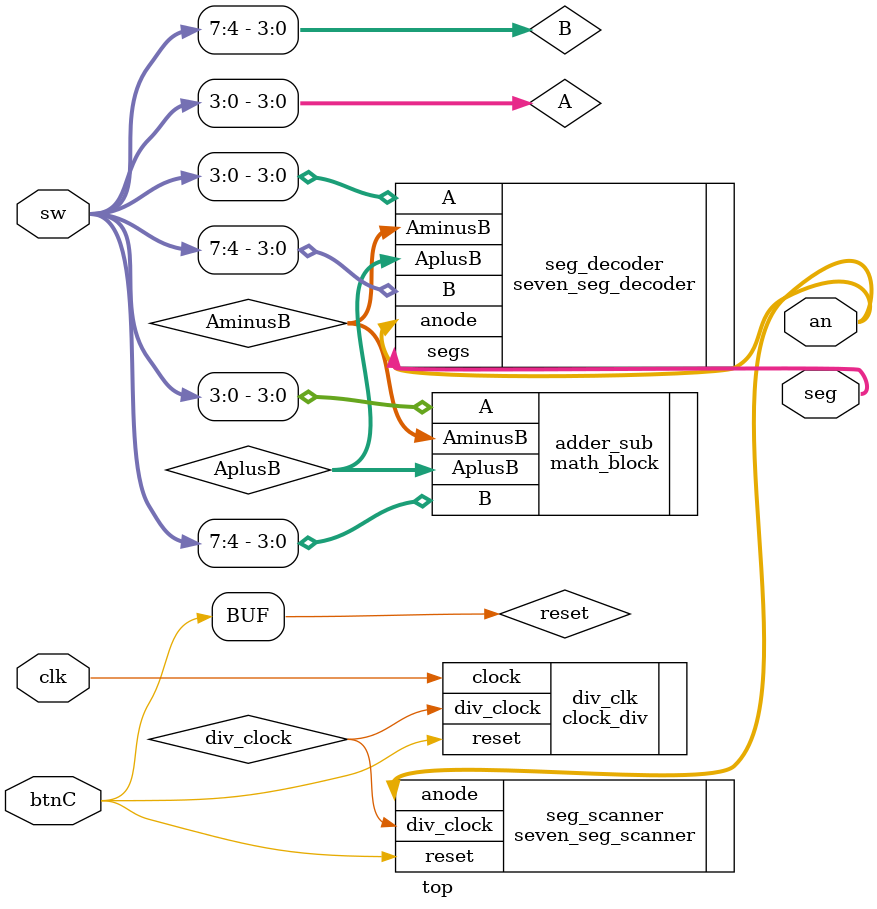
<source format=v>
module top #(parameter DIVIDE_BY = 17) (
    input [7:0] sw,
    input clk,
    input btnC,
    output [3:0] an,
    output [6:0] seg
);
    wire [3:0] A, B;
    assign A = sw[3:0];
    assign B = sw[7:4];

    wire reset;
    assign reset = btnC;

    wire div_clock;

    wire [3:0] AplusB;
    wire [3:0] AminusB;

    // Instantiate the clock divider
    clock_div #(DIVIDE_BY) div_clk (
        .clock(clk),
        .reset(reset),
        .div_clock(div_clock)
    );

    // Instantiate the 4-bit adder/subtractor
    math_block adder_sub (
        .A(A),
        .B(B),
        .AplusB(AplusB),
        .AminusB(AminusB)
    );

    // Instantiate the 7-segment decoder
    seven_seg_decoder seg_decoder (
        .A(A),
        .B(B),
        .AplusB(AplusB),
        .AminusB(AminusB),
        .anode(an),
        .segs(seg)
    );

    // Instantiate the 7-segment scanner
    seven_seg_scanner seg_scanner (
        .div_clock(div_clock),
        .reset(reset),
        .anode(an)
    );

endmodule

</source>
